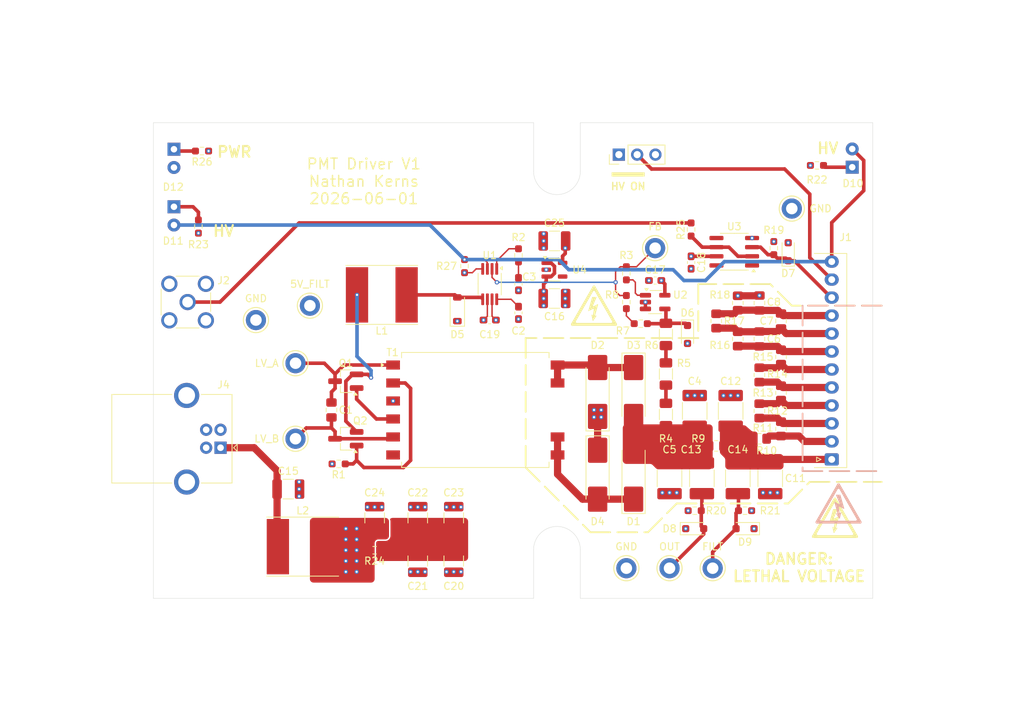
<source format=kicad_pcb>
(kicad_pcb (version 20240108) (generator "pcbnew") (generator_version "8.0")
  (layers (0 "F.Cu" signal) (1 "In1.Cu" signal) (2 "In2.Cu" signal) (31 "B.Cu" signal) (34 "B.Paste" user) (35 "F.Paste" user) (36 "B.SilkS" user "B.Silkscreen") (37 "F.SilkS" user "F.Silkscreen") (38 "B.Mask" user) (39 "F.Mask" user) (44 "Edge.Cuts" user))
  (net 0 "")
  (net 1 "Net-(Q2-C)")
  (net 2 "Net-(Q1-C)")
  (net 3 "GND")
  (net 4 "/SS")
  (net 5 "Net-(C3-Pad1)")
  (net 6 "/OUT")
  (net 7 "/DY7")
  (net 8 "/DY6")
  (net 9 "/DY8")
  (net 10 "/FILT")
  (net 11 "Net-(D8-A2)")
  (net 12 "Net-(D9-A2)")
  (net 13 "+5V")
  (net 14 "/HV_A")
  (net 15 "/HV_B")
  (net 16 "Net-(D5-A)")
  (net 17 "/FB_VGND")
  (net 18 "/P")
  (net 19 "/EN_HV")
  (net 20 "Net-(D10-K)")
  (net 21 "Net-(D11-K)")
  (net 22 "/DY4")
  (net 23 "/DY2")
  (net 24 "/DY3")
  (net 25 "/DY5")
  (net 26 "/DY1")
  (net 27 "/P_OUT")
  (net 28 "Net-(Q1-E)")
  (net 29 "Net-(Q1-B)")
  (net 30 "Net-(Q2-B)")
  (net 31 "/COMP")
  (net 32 "/FB")
  (net 33 "Net-(R3-Pad2)")
  (net 34 "Net-(R7-Pad1)")
  (net 38 "+5V_FILT")
  (net 39 "Net-(C20-Pad1)")
  (net 40 "/EN_HV_PRE")
  (net 41 "/FB_DIV1")
  (net 42 "/FB_DIV2")
  (net 43 "+4.5V")
  (net 49 "Net-(U3--)")
  (net 50 "Net-(D12-K)")
  (footprint "Resistor_SMD:R_0603_1608Metric_Pad0.98x0.95mm_HandSolder" (layer "F.Cu") (at 71.5 104.5 -90)
    (property "Reference" "R23")
    (property "Value" "1k")
  )
  (footprint "Capacitor_SMD:C_0603_1608Metric_Pad1.08x0.95mm_HandSolder" (layer "F.Cu") (at 116 116.5 -90)
    (property "Reference" "C2")
    (property "Value" "C")
  )
  (footprint "TestPoint:TestPoint_Keystone_5010-5014_Multipurpose" (layer "F.Cu") (at 85 134)
    (property "Reference" "TP6" (hide yes))
    (property "Value" "LV_B")
  )
  (footprint "Resistor_SMD:R_0603_1608Metric_Pad0.98x0.95mm_HandSolder" (layer "F.Cu") (at 72 94)
    (property "Reference" "R26")
    (property "Value" "1k")
  )
  (footprint "Symbol:Symbol_HighVoltage_Triangle_6x6mm_Copper" (layer "F.Cu") (at 160 145)
    (property "Reference" "REF**" (hide yes))
    (property "Value" "Symbol_HighVoltage_Triangle_6x6mm_Copper" (hide yes))
  )
  (footprint "MountingHole:MountingHole_3.2mm_M3" (layer "F.Cu") (at 115 146.25)
    (property "Reference" "H4" (hide yes))
    (property "Value" "#4")
  )
  (footprint "Resistor_SMD:R_0603_1608Metric_Pad0.98x0.95mm_HandSolder" (layer "F.Cu") (at 133 118)
    (property "Reference" "R7")
    (property "Value" "13.7k")
  )
  (footprint "Resistor_SMD:R_0603_1608Metric_Pad0.98x0.95mm_HandSolder" (layer "F.Cu") (at 157.5 96 180)
    (property "Reference" "R22")
    (property "Value" "1k")
  )
  (footprint "Capacitor_SMD:C_0603_1608Metric_Pad1.08x0.95mm_HandSolder" (layer "F.Cu") (at 112 117.5)
    (property "Reference" "C19")
    (property "Value" "1u")
  )
  (footprint "Diode_SMD:D_MELF_Handsoldering" (layer "F.Cu") (at 127 127.5 90)
    (property "Reference" "D2")
    (property "Value" "SM2000")
  )
  (footprint "Resistor_SMD:R_1206_3216Metric_Pad1.30x1.75mm_HandSolder" (layer "F.Cu") (at 136.5 125 90)
    (property "Reference" "R5")
    (property "Value" "3M")
  )
  (footprint "Resistor_SMD:R_0603_1608Metric_Pad0.98x0.95mm_HandSolder" (layer "F.Cu") (at 131 111 -90)
    (property "Reference" "R3")
    (property "Value" "43")
  )
  (footprint "Resistor_SMD:R_0805_2012Metric_Pad1.20x1.40mm_HandSolder" (layer "F.Cu") (at 146.5 115.125 -90)
    (property "Reference" "R18")
    (property "Value" "160k")
  )
  (footprint "Diode_SMD:D_SOD-323_HandSoldering" (layer "F.Cu") (at 140.5 146.5)
    (property "Reference" "D8")
    (property "Value" "D5V0L1B2WS-7")
  )
  (footprint "Resistor_SMD:R_0603_1608Metric_Pad0.98x0.95mm_HandSolder" (layer "F.Cu") (at 96 149.5)
    (property "Reference" "R24")
    (property "Value" "1.2")
  )
  (footprint "Package_TO_SOT_SMD:SOT-23_Handsoldering" (layer "F.Cu") (at 92 134 180)
    (property "Reference" "Q2")
    (property "Value" "MMBT2222A")
  )
  (footprint "TestPoint:TestPoint_Keystone_5010-5014_Multipurpose" (layer "F.Cu") (at 131 152)
    (property "Reference" "TP7" (hide yes))
    (property "Value" "GND")
  )
  (footprint "TestPoint:TestPoint_Keystone_5010-5014_Multipurpose" (layer "F.Cu") (at 79.5 117.5)
    (property "Reference" "TP9" (hide yes))
    (property "Value" "GND")
  )
  (footprint "Resistor_SMD:R_0805_2012Metric_Pad1.20x1.40mm_HandSolder" (layer "F.Cu") (at 149.5 130.125 -90)
    (property "Reference" "R12")
    (property "Value" "330k")
  )
  (footprint "Resistor_SMD:R_0805_2012Metric_Pad1.20x1.40mm_HandSolder" (layer "F.Cu") (at 149.5 134 180)
    (property "Reference" "R10")
    (property "Value" "330k")
  )
  (footprint "Diode_SMD:D_MELF_Handsoldering" (layer "F.Cu") (at 132 127.5 -90)
    (property "Reference" "D3")
    (property "Value" "SM2000")
  )
  (footprint "Package_TO_SOT_SMD:SOT-23-5_HandSoldering" (layer "F.Cu") (at 135 115)
    (property "Reference" "U2")
    (property "Value" "OPA314AIDBV")
  )
  (footprint "Diode_SMD:D_SOD-323_HandSoldering" (layer "F.Cu") (at 153.5 108 90)
    (property "Reference" "D7")
    (property "Value" "D5V0L1B2WS-7")
  )
  (footprint "TestPoint:TestPoint_Keystone_5010-5014_Multipurpose" (layer "F.Cu") (at 135 107.5)
    (property "Reference" "TP3" (hide yes))
    (property "Value" "FB")
  )
  (footprint "LED_THT:LED_D3.0mm_Horizontal_O3.81mm_Z2.0mm" (layer "F.Cu") (at 68.1 101.75 -90)
    (property "Reference" "D11")
    (property "Value" "LED")
  )
  (footprint "Resistor_SMD:R_0805_2012Metric_Pad1.20x1.40mm_HandSolder" (layer "F.Cu") (at 149.5 125.125 -90)
    (property "Reference" "R14")
    (property "Value" "330k")
  )
  (footprint "Resistor_SMD:R_0603_1608Metric_Pad0.98x0.95mm_HandSolder" (layer "F.Cu") (at 151.5 107.5 90)
    (property "Reference" "R19")
    (property "Value" "2k")
  )
  (footprint "Capacitor_SMD:C_1210_3225Metric_Pad1.33x2.70mm_HandSolder" (layer "F.Cu") (at 96 145 90)
    (property "Reference" "C24")
    (property "Value" "47u")
  )
  (footprint "Connector_JST:JST_XH_S12B-XH-A_1x12_P2.50mm_Horizontal" (layer "F.Cu") (at 159.55 136.875 90)
    (property "Reference" "J1")
    (property "Value" "PMT")
  )
  (footprint "Package_TO_SOT_SMD:SOT-23-5" (layer "F.Cu") (at 121 110.5)
    (property "Reference" "U4")
    (property "Value" "TPS7A2045PDBVR")
  )
  (footprint "Capacitor_SMD:C_1210_3225Metric_Pad1.33x2.70mm_HandSolder" (layer "F.Cu") (at 84 141)
    (property "Reference" "C15")
    (property "Value" "47u")
  )
  (footprint "Package_SO:MSOP-8_3x3mm_P0.65mm" (layer "F.Cu") (at 112 112.5 -90)
    (property "Reference" "U1")
    (property "Value" "ADP1613")
  )
  (footprint "Diode_SMD:D_SOD-323_HandSoldering" (layer "F.Cu") (at 139.5 119.5 -90)
    (property "Reference" "D6")
    (property "Value" "D5V0L1B2WS-7")
  )
  (footprint "Resistor_SMD:R_0603_1608Metric_Pad0.98x0.95mm_HandSolder" (layer "F.Cu") (at 131 115 -90)
    (property "Reference" "R8")
    (property "Value" "191")
  )
  (footprint "Capacitor_SMD:C_1812_4532Metric_Pad1.57x3.40mm_HandSolder" (layer "F.Cu") (at 141.5 139.5 90)
    (property "Reference" "C13")
    (property "Value" "10n/2kV")
  )
  (footprint "Resistor_SMD:R_1206_3216Metric_Pad1.30x1.75mm_HandSolder" (layer "F.Cu") (at 136.5 130.625 90)
    (property "Reference" "R4")
    (property "Value" "3M")
  )
  (footprint "Capacitor_SMD:C_1812_4532Metric_Pad1.57x3.40mm_HandSolder" (layer "F.Cu") (at 146.5 139.5 90)
    (property "Reference" "C14")
    (property "Value" "10n/2kV")
  )
  (footprint "Resistor_SMD:R_0603_1608Metric_Pad0.98x0.95mm_HandSolder" (layer "F.Cu") (at 108.5 110 -90)
    (property "Reference" "R27")
    (property "Value" "13.7k")
  )
  (footprint "Capacitor_SMD:C_1210_3225Metric_Pad1.33x2.70mm_HandSolder" (layer "F.Cu") (at 107 145 90)
    (property "Reference" "C23")
    (property "Value" "47u")
  )
  (footprint "Resistor_SMD:R_0805_2012Metric_Pad1.20x1.40mm_HandSolder" (layer "F.Cu") (at 152.5 132.625 -90)
    (property "Reference" "R11")
    (property "Value" "330k")
  )
  (footprint "Capacitor_SMD:C_0603_1608Metric_Pad1.08x0.95mm_HandSolder" (layer "F.Cu") (at 135 112 180)
    (property "Reference" "C17")
    (property "Value" "1u")
  )
  (footprint "Package_SO:SOIC-8_3.9x4.9mm_P1.27mm" (layer "F.Cu") (at 146 108 180)
    (property "Reference" "U3")
    (property "Value" "ADA4891-1")
  )
  (footprint "Resistor_SMD:R_0603_1608Metric_Pad0.98x0.95mm_HandSolder" (layer "F.Cu") (at 147.5 144 180)
    (property "Reference" "R21")
    (property "Value" "13.7k")
  )
  (footprint "Capacitor_SMD:C_0805_2012Metric_Pad1.18x1.45mm_HandSolder" (layer "F.Cu") (at 149.5 115.125 -90)
    (property "Reference" "C8")
    (property "Value" "10n/200V")
  )
  (footprint "Diode_SMD:D_SOD-123" (layer "F.Cu") (at 107.5 116 90)
    (property "Reference" "D5")
    (property "Value" "MBR0520LT1G")
  )
  (footprint "Diode_SMD:D_SOD-323_HandSoldering" (layer "F.Cu") (at 147.5 146.5 180)
    (property "Reference" "D9")
    (property "Value" "D5V0L1B2WS-7")
  )
  (footprint "MountingHole:MountingHole_3.2mm_M3" (layer "F.Cu") (at 115 100)
    (property "Reference" "H3" (hide yes))
    (property "Value" "#4")
  )
  (footprint "Capacitor_SMD:C_0603_1608Metric_Pad1.08x0.95mm_HandSolder" (layer "F.Cu") (at 116 112.5 -90)
    (property "Reference" "C3")
    (property "Value" "12n")
  )
  (footprint "Capacitor_SMD:C_0805_2012Metric_Pad1.18x1.45mm_HandSolder" (layer "F.Cu") (at 152.5 117.625 -90)
    (property "Reference" "C7")
    (property "Value" "10n/200V")
  )
  (footprint "Diode_SMD:D_MELF_Handsoldering" (layer "F.Cu") (at 127 139 -90)
    (property "Reference" "D4")
    (property "Value" "SM2000")
  )
  (footprint "Resistor_SMD:R_0603_1608Metric_Pad0.98x0.95mm_HandSolder" (layer "F.Cu") (at 140 104.9125 90)
    (property "Reference" "R25")
    (property "Value" "43")
  )
  (footprint "Capacitor_SMD:C_1210_3225Metric_Pad1.33x2.70mm_HandSolder" (layer "F.Cu") (at 121 106.5 180)
    (property "Reference" "C25")
    (property "Value" "47u")
  )
  (footprint "Capacitor_SMD:C_1812_4532Metric_Pad1.57x3.40mm_HandSolder" (layer "F.Cu") (at 137 139.5 90)
    (property "Reference" "C5")
    (property "Value" "10n/2kV")
  )
  (footprint "MountingHole:MountingHole_3.2mm_M3" (layer "F.Cu") (at 75 100)
    (property "Reference" "H1" (hide yes))
    (property "Value" "#4")
  )
  (footprint "Inductor_SMD:L_Taiyo-Yuden_NR-80xx_HandSoldering" (layer "F.Cu") (at 97 114 180)
    (property "Reference" "L1")
    (property "Value" "100u")
  )
  (footprint "Capacitor_SMD:C_1210_3225Metric_Pad1.33x2.70mm_HandSolder" (layer "F.Cu") (at 102 145 90)
    (property "Reference" "C22")
    (property "Value" "47u")
  )
  (footprint "Connector_PinHeader_2.54mm:PinHeader_1x03_P2.54mm_Vertical" (layer "F.Cu") (at 129.96 94.5 90)
    (property "Reference" "JP1" (hide yes))
    (property "Value" "Jumper_3_Bridged12")
  )
  (footprint "LED_THT:LED_D3.0mm_Horizontal_O3.81mm_Z2.0mm" (layer "F.Cu") (at 162.4 96.25 90)
    (property "Reference" "D10")
    (property "Value" "LED")
  )
  (footprint "Capacitor_SMD:C_1812_4532Metric_Pad1.57x3.40mm_HandSolder" (layer "F.Cu") (at 140.5 130.125 -90)
    (property "Reference" "C4")
    (property "Value" "10n/2kV")
  )
  (footprint "Capacitor_SMD:C_1210_3225Metric_Pad1.33x2.70mm_HandSolder" (layer "F.Cu") (at 102 151 -90)
    (property "Reference" "C21")
    (property "Value" "47u")
  )
  (footprint "Resistor_SMD:R_0603_1608Metric_Pad0.98x0.95mm_HandSolder" (layer "F.Cu") (at 116 108.5 90)
    (property "Reference" "R2")
    (property "Value" "68k")
  )
  (footprint "TestPoint:TestPoint_Keystone_5010-5014_Multipurpose" (layer "F.Cu") (at 137 152)
    (property "Reference" "TP2" (hide yes))
    (property "Value" "OUT")
  )
  (footprint "pmt_footprints:Coilcraft_FL2015" (layer "F.Cu") (at 110 130 180)
    (property "Reference" "T1")
    (property "Value" "FL2015-9L")
  )
  (footprint "Resistor_SMD:R_0805_2012Metric_Pad1.20x1.40mm_HandSolder" (layer "F.Cu") (at 143.5 117.625 -90)
    (property "Reference" "R17")
    (property "Value" "330k")
  )
  (footprint "Capacitor_SMD:C_1812_4532Metric_Pad1.57x3.40mm_HandSolder" (layer "F.Cu") (at 151 139.5 -90)
    (property "Reference" "C11")
    (property "Value" "10n/2kV")
  )
  (footprint "Resistor_SMD:R_1206_3216Metric_Pad1.30x1.75mm_HandSolder" (layer "F.Cu") (at 136.5 119.5 90)
    (property "Reference" "R6")
    (property "Value" "3M")
  )
  (footprint "Resistor_SMD:R_0603_1608Metric_Pad0.98x0.95mm_HandSolder" (layer "F.Cu") (at 140.5 144)
    (property "Reference" "R20")
    (property "Value" "13.7k")
  )
  (footprint "TestPoint:TestPoint_Keystone_5010-5014_Multipurpose" (layer "F.Cu") (at 87 115.5)
    (property "Reference" "TP8" (hide yes))
    (property "Value" "5V_FILT")
  )
  (footprint "Symbol:Symbol_HighVoltage_Triangle_6x6mm_Copper" (layer "F.Cu") (at 126.5 115.5)
    (property "Reference" "REF**" (hide yes))
    (property "Value" "Symbol_HighVoltage_Triangle_6x6mm_Copper" (hide yes))
  )
  (footprint "Resistor_SMD:R_0805_2012Metric_Pad1.20x1.40mm_HandSolder" (layer "F.Cu") (at 146.5 120.125 -90)
    (property "Reference" "R16")
    (property "Value" "330k")
  )
  (footprint "TestPoint:TestPoint_Keystone_5010-5014_Multipurpose" (layer "F.Cu") (at 154 102)
    (property "Reference" "TP4" (hide yes))
    (property "Value" "GND")
  )
  (footprint "Capacitor_SMD:C_0805_2012Metric_Pad1.18x1.45mm_HandSolder" (layer "F.Cu") (at 90 130 -90)
    (property "Reference" "C1")
    (property "Value" "220n")
  )
  (footprint "MountingHole:MountingHole_3.2mm_M3" (layer "F.Cu") (at 145 100)
    (property "Reference" "H5" (hide yes))
    (property "Value" "#4")
  )
  (footprint "Resistor_SMD:R_0805_2012Metric_Pad1.20x1.40mm_HandSolder" (layer "F.Cu") (at 152.5 122.625 -90)
    (property "Reference" "R15")
    (property "Value" "330k")
  )
  (footprint "Diode_SMD:D_MELF_Handsoldering" (layer "F.Cu") (at 132 139 90)
    (property "Reference" "D1")
    (property "Value" "SM2000")
  )
  (footprint "Capacitor_SMD:C_1210_3225Metric_Pad1.33x2.70mm_HandSolder" (layer "F.Cu") (at 121 114.5)
    (property "Reference" "C16")
    (property "Value" "47u")
  )
  (footprint "LED_THT:LED_D3.0mm_Horizontal_O3.81mm_Z2.0mm" (layer "F.Cu") (at 68.1 93.75 -90)
    (property "Reference" "D12")
    (property "Value" "LED")
  )
  (footprint "Connector_USB:USB_B_OST_USB-B1HSxx_Horizontal" (layer "F.Cu") (at 74.5775 135.25 180)
    (property "Reference" "J4")
    (property "Value" "USB_B")
  )
  (footprint "Resistor_SMD:R_0603_1608Metric_Pad0.98x0.95mm_HandSolder" (layer "F.Cu") (at 91 137.5)
    (property "Reference" "R1")
    (property "Value" "1k")
  )
  (footprint "Capacitor_SMD:C_0603_1608Metric_Pad1.08x0.95mm_HandSolder" (layer "F.Cu") (at 140 109.5 -90)
    (property "Reference" "C18")
    (property "Value" "1u")
  )
  (footprint "TestPoint:TestPoint_Keystone_5010-5014_Multipurpose" (layer "F.Cu") (at 143 152)
    (property "Reference" "TP1" (hide yes))
    (property "Value" "FILT")
  )
  (footprint "Resistor_SMD:R_0805_2012Metric_Pad1.20x1.40mm_HandSolder" (layer "F.Cu") (at 143.5 135)
    (property "Reference" "R9")
    (property "Value" "10k")
  )
  (footprint "Connector_Coaxial:SMA_Molex_73251-2200_Horizontal" (layer "F.Cu") (at 70 115 90)
    (property "Reference" "J2")
    (property "Value" "SMA")
  )
  (footprint "Capacitor_SMD:C_0805_2012Metric_Pad1.18x1.45mm_HandSolder" (layer "F.Cu") (at 149.5 120.125 -90)
    (property "Reference" "C6")
    (property "Value" "10n/200V")
  )
  (footprint "TestPoint:TestPoint_Keystone_5010-5014_Multipurpose" (layer "F.Cu") (at 85 123.5)
    (property "Reference" "TP5" (hide yes))
    (property "Value" "LV_A")
  )
  (footprint "Resistor_SMD:R_0805_2012Metric_Pad1.20x1.40mm_HandSolder" (layer "F.Cu") (at 152.5 127.625 -90)
    (property "Reference" "R13")
    (property "Value" "330k")
  )
  (footprint "Capacitor_SMD:C_1812_4532Metric_Pad1.57x3.40mm_HandSolder" (layer "F.Cu") (at 145.5 130.125 90)
    (property "Reference" "C12")
    (property "Value" "10n/2kV")
  )
  (footprint "Package_TO_SOT_SMD:SOT-23_Handsoldering" (layer "F.Cu") (at 92 126 180)
    (property "Reference" "Q1")
    (property "Value" "MMBT2222A")
  )
  (footprint "Inductor_SMD:L_Taiyo-Yuden_NR-80xx_HandSoldering" (layer "F.Cu") (at 86 149)
    (property "Reference" "L2")
    (property "Value" "100u")
  )
  (footprint "MountingHole:MountingHole_3.2mm_M3" (layer "F.Cu") (at 75 146.25)
    (property "Reference" "H2" (hide yes))
    (property "Value" "#4")
  )
  (footprint "Capacitor_SMD:C_1210_3225Metric_Pad1.33x2.70mm_HandSolder" (layer "F.Cu") (at 107 151 -90)
    (property "Reference" "C20")
    (property "Value" "47u")
  )
  (footprint "Symbol:Symbol_HighVoltage_Triangle_6x6mm_Copper" (layer "B.Cu") (at 160.5 143 180)
    (property "Reference" "REF**" (hide yes))
    (property "Value" "Symbol_HighVoltage_Triangle_6x6mm_Copper" (hide yes))
  )
  (gr_line (start 166.5 115.5) (end 155.5 115.5) (stroke (width 0.25) (type dash)) (layer "B.SilkS"))
  (gr_line (start 155.5 138.5) (end 166.5 138.5) (stroke (width 0.25) (type dash)) (layer "B.SilkS"))
  (gr_line (start 155.5 115.5) (end 155.5 138.5) (stroke (width 0.25) (type dash)) (layer "B.SilkS"))
  (gr_line (start 134 147) (end 138 143) (stroke (width 0.25) (type dash)) (layer "F.SilkS"))
  (gr_line (start 138 143) (end 153.5 143) (stroke (width 0.25) (type dash)) (layer "F.SilkS"))
  (gr_line (start 117 120) (end 117 138) (stroke (width 0.25) (type dash)) (layer "F.SilkS"))
  (gr_rect (start 129 97) (end 133.5 97.5) (stroke (width 0.1)) (fill solid) (layer "F.SilkS"))
  (gr_line (start 156.5 140) (end 166.5 140) (stroke (width 0.25) (type dash)) (layer "F.SilkS"))
  (gr_line (start 154 115.5) (end 151 112.5) (stroke (width 0.25) (type dash)) (layer "F.SilkS"))
  (gr_line (start 153.5 143) (end 156.5 140) (stroke (width 0.25) (type dash)) (layer "F.SilkS"))
  (gr_line (start 151 112.5) (end 141 112.5) (stroke (width 0.25) (type dash)) (layer "F.SilkS"))
  (gr_line (start 126 147) (end 134 147) (stroke (width 0.25) (type dash)) (layer "F.SilkS"))
  (gr_line (start 141 112.5) (end 141 120) (stroke (width 0.25) (type dash)) (layer "F.SilkS"))
  (gr_line (start 117 138) (end 126 147) (stroke (width 0.25) (type dash)) (layer "F.SilkS"))
  (gr_line (start 141 120) (end 117 120) (stroke (width 0.25) (type dash)) (layer "F.SilkS"))
  (gr_line (start 166.5 115.5) (end 154 115.5) (stroke (width 0.25) (type dash)) (layer "F.SilkS"))
  (gr_line (start 65.25 90.055) (end 118.1 90.055) (stroke (width 0.05)) (layer "Edge.Cuts"))
  (gr_arc (start 118.1 149.445) (mid 121.35 146.195) (end 124.6 149.445) (stroke (width 0.05)) (layer "Edge.Cuts"))
  (gr_line (start 118.1 156.195) (end 118.1 149.445) (stroke (width 0.05)) (layer "Edge.Cuts"))
  (gr_arc (start 124.6 96.805) (mid 121.35 100.055) (end 118.1 96.805) (stroke (width 0.05)) (layer "Edge.Cuts"))
  (gr_line (start 124.6 90.055) (end 165.25 90.055) (stroke (width 0.05)) (layer "Edge.Cuts"))
  (gr_line (start 124.6 156.195) (end 124.6 149.445) (stroke (width 0.05)) (layer "Edge.Cuts"))
  (gr_line (start 165.25 90.055) (end 165.25 156.195) (stroke (width 0.05)) (layer "Edge.Cuts"))
  (gr_line (start 118.1 90.055) (end 118.1 96.805) (stroke (width 0.05)) (layer "Edge.Cuts"))
  (gr_line (start 124.6 90.055) (end 124.6 96.805) (stroke (width 0.05)) (layer "Edge.Cuts"))
  (gr_line (start 165.25 156.195) (end 124.6 156.195) (stroke (width 0.05)) (layer "Edge.Cuts"))
  (gr_line (start 118.1 156.195) (end 65.25 156.195) (stroke (width 0.05)) (layer "Edge.Cuts"))
  (gr_line (start 65.25 90.055) (end 65.25 156.195) (stroke (width 0.05)) (layer "Edge.Cuts"))
  (gr_text "HV" (at 75 106 0) (layer "F.SilkS") (effects (font (size 1.5 1.5) (thickness 0.3) (bold yes)) (justify bottom)))
  (gr_text "DANGER:\nLETHAL VOLTAGE" (at 155 154 0) (layer "F.SilkS") (effects (font (size 1.5 1.5) (thickness 0.3) (bold yes)) (justify bottom)))
  (gr_text "HV" (at 159 94.5 0) (layer "F.SilkS") (effects (font (size 1.5 1.5) (thickness 0.3) (bold yes)) (justify bottom)))
  (gr_text "PWR" (at 76.5 95 0) (layer "F.SilkS") (effects (font (size 1.5 1.5) (thickness 0.3) (bold yes)) (justify bottom)))
  (gr_text "PMT Driver V1\nNathan Kerns\n${CURRENT_DATE}" (at 94.5 101.5 0) (layer "F.SilkS") (effects (font (size 1.5 1.5) (thickness 0.2)) (justify bottom)))
  (gr_text "HV ON" (at 131.25 99.5 0) (layer "F.SilkS") (effects (font (size 1 1) (thickness 0.2) (bold yes)) (justify bottom)))
  (segment (start 90.5 134) (end 90.5 133) (width 0.5) (layer "F.Cu") (net 1))
  (segment (start 98.3175 134) (end 90.5 134) (width 0.5) (layer "F.Cu") (net 1))
  (segment (start 90 132.5) (end 90 131.0375) (width 0.5) (layer "F.Cu") (net 1))
  (segment (start 98.5675 133.75) (end 98.3175 134) (width 0.5) (layer "F.Cu") (net 1))
  (segment (start 90 132.5) (end 86.5 132.5) (width 0.5) (layer "F.Cu") (net 1))
  (segment (start 90.5 133) (end 90 132.5) (width 0.5) (layer "F.Cu") (net 1))
  (segment (start 86.5 132.5) (end 85 134) (width 0.5) (layer "F.Cu") (net 1))
  (segment (start 90.5 126) (end 90.5 127) (width 0.5) (layer "F.Cu") (net 2))
  (segment (start 98.5675 123.75) (end 91.75 123.75) (width 0.5) (layer "F.Cu") (net 2))
  (segment (start 89 123.5) (end 85 123.5) (width 0.5) (layer "F.Cu") (net 2))
  (segment (start 90.5 125) (end 89 123.5) (width 0.5) (layer "F.Cu") (net 2))
  (segment (start 90.5 125) (end 90.5 126) (width 0.5) (layer "F.Cu") (net 2))
  (segment (start 91.75 123.75) (end 90.5 125) (width 0.5) (layer "F.Cu") (net 2))
  (segment (start 90.5 127) (end 90 127.5) (width 0.5) (layer "F.Cu") (net 2))
  (segment (start 90 127.5) (end 90 128.9625) (width 0.5) (layer "F.Cu") (net 2))
  (segment (start 133.65 115.95) (end 133.65 115) (width 0.5) (layer "F.Cu") (net 3))
  (segment (start 127 130.9) (end 127 135.6) (width 1) (layer "F.Cu") (net 3))
  (segment (start 146.5 114.125) (end 149.4625 114.125) (width 1) (layer "F.Cu") (net 3))
  (segment (start 149.4625 114.125) (end 149.5 114.0875) (width 1) (layer "F.Cu") (net 3))
  (segment (start 110.1125 110.3875) (end 109.5875 110.9125) (width 0.2) (layer "F.Cu") (net 3))
  (segment (start 112.325 116.9625) (end 112.8625 117.5) (width 0.2) (layer "F.Cu") (net 3))
  (segment (start 109.5875 110.9125) (end 108.5 110.9125) (width 0.2) (layer "F.Cu") (net 3))
  (segment (start 112.325 114.6125) (end 112.325 116.9625) (width 0.2) (layer "F.Cu") (net 3))
  (segment (start 111.025 110.3875) (end 110.1125 110.3875) (width 0.2) (layer "F.Cu") (net 3))
  (via (at 126.5 131) (size 0.6) (drill 0.3) (layers "F.Cu" "B.Cu") (net 3))
  (via (at 103 143.5) (size 0.6) (drill 0.3) (layers "F.Cu" "B.Cu") (net 3))
  (via (at 108.5 110.9125) (size 0.6) (drill 0.3) (layers "F.Cu" "B.Cu") (net 3))
  (via (at 95 143.5) (size 0.6) (drill 0.3) (layers "F.Cu" "B.Cu") (net 3))
  (via (at 101 143.5) (size 0.6) (drill 0.3) (layers "F.Cu" "B.Cu") (net 3))
  (via (at 102 143.5) (size 0.6) (drill 0.3) (layers "F.Cu" "B.Cu") (net 3))
  (via (at 138 141.5) (size 0.6) (drill 0.3) (layers "F.Cu" "B.Cu") (net 3))
  (via (at 136 141.5) (size 0.6) (drill 0.3) (layers "F.Cu" "B.Cu") (net 3))
  (via (at 108 152.5) (size 0.6) (drill 0.3) (layers "F.Cu" "B.Cu") (net 3))
  (via (at 139.5875 144) (size 0.6) (drill 0.3) (layers "F.Cu" "B.Cu") (net 3))
  (via (at 85.5 141) (size 0.6) (drill 0.3) (layers "F.Cu" "B.Cu") (net 3))
  (via (at 103 152.5) (size 0.6) (drill 0.3) (layers "F.Cu" "B.Cu") (net 3))
  (via (at 119.5 107.5) (size 0.6) (drill 0.3) (layers "F.Cu" "B.Cu") (net 3))
  (via (at 72.9125 94) (size 0.6) (drill 0.3) (layers "F.Cu" "B.Cu") (net 3))
  (via (at 145.5 127.9875) (size 0.6) (drill 0.3) (layers "F.Cu" "B.Cu") (net 3))
  (via (at 112.8625 117.5) (size 0.6) (drill 0.3) (layers "F.Cu" "B.Cu") (net 3))
  (via (at 119.5 106.5) (size 0.6) (drill 0.3) (layers "F.Cu" "B.Cu") (net 3))
  (via (at 140 110.3625) (size 0.6) (drill 0.3) (layers "F.Cu" "B.Cu") (net 3))
  (via (at 127.5 130) (size 0.6) (drill 0.3) (layers "F.Cu" "B.Cu") (net 3))
  (via (at 148.4125 144) (size 0.6) (drill 0.3) (layers "F.Cu" "B.Cu") (net 3))
  (via (at 119.5 105.5) (size 0.6) (drill 0.3) (layers "F.Cu" "B.Cu") (net 3))
  (via (at 71.5 105.4125) (size 0.6) (drill 0.3) (layers "F.Cu" "B.Cu") (net 3))
  (via (at 146.5 114.125) (size 0.6) (drill 0.3) (layers "F.Cu" "B.Cu") (net 3))
  (via (at 134.1375 112) (size 0.6) (drill 0.3) (layers "F.Cu" "B.Cu") (net 3))
  (via (at 85.5 142) (size 0.6) (drill 0.3) (layers "F.Cu" "B.Cu") (net 3))
  (via (at 140.5 127.9875) (size 0.6) (drill 0.3) (layers "F.Cu" "B.Cu") (net 3))
  (via (at 141.5 128) (size 0.6) (drill 0.3) (layers "F.Cu" "B.Cu") (net 3))
  (via (at 107 143.5) (size 0.6) (drill 0.3) (layers "F.Cu" "B.Cu") (net 3))
  (via (at 116 117.3625) (size 0.6) (drill 0.3) (layers "F.Cu" "B.Cu") (net 3))
  (via (at 149.5 114.0875) (size 0.6) (drill 0.3) (layers "F.Cu" "B.Cu") (net 3))
  (via (at 146.5 128) (size 0.6) (drill 0.3) (layers "F.Cu" "B.Cu") (net 3))
  (via (at 151.5 106.5875) (size 0.6) (drill 0.3) (layers "F.Cu" "B.Cu") (net 3))
  (via (at 144.5 128) (size 0.6) (drill 0.3) (layers "F.Cu" "B.Cu") (net 3))
  (via (at 127.5 131) (size 0.6) (drill 0.3) (layers "F.Cu" "B.Cu") (net 3))
  (via (at 139.5 120.75) (size 0.6) (drill 0.3) (layers "F.Cu" "B.Cu") (net 3))
  (via (at 133.65 115) (size 0.6) (drill 0.3) (layers "F.Cu" "B.Cu") (net 3))
  (via (at 151 141.5) (size 0.6) (drill 0.3) (layers "F.Cu" "B.Cu") (net 3))
  (via (at 119.8625 110.5) (size 0.6) (drill 0.3) (layers "F.Cu" "B.Cu") (net 3))
  (via (at 150 141.5) (size 0.6) (drill 0.3) (layers "F.Cu" "B.Cu") (net 3))
  (via (at 97 143.5) (size 0.6) (drill 0.3) (layers "F.Cu" "B.Cu") (net 3))
  (via (at 85.5 140) (size 0.6) (drill 0.3) (layers "F.Cu" "B.Cu") (net 3))
  (via (at 122.5 113.5) (size 0.6) (drill 0.3) (layers "F.Cu" "B.Cu") (net 3))
  (via (at 122.5 114.5) (size 0.6) (drill 0.3) (layers "F.Cu" "B.Cu") (net 3))
  (via (at 152 141.5) (size 0.6) (drill 0.3) (layers "F.Cu" "B.Cu") (net 3))
  (via (at 148.475 106.095) (size 0.6) (drill 0.3) (layers "F.Cu" "B.Cu") (net 3))
  (via (at 108 143.5) (size 0.6) (drill 0.3) (layers "F.Cu" "B.Cu") (net 3))
  (via (at 107 152.5) (size 0.6) (drill 0.3) (layers "F.Cu" "B.Cu") (net 3))
  (via (at 139.5 128) (size 0.6) (drill 0.3) (layers "F.Cu" "B.Cu") (net 3))
  (via (at 106 152.5) (size 0.6) (drill 0.3) (layers "F.Cu" "B.Cu") (net 3))
  (via (at 126.5 130) (size 0.6) (drill 0.3) (layers "F.Cu" "B.Cu") (net 3))
  (via (at 96 143.5) (size 0.6) (drill 0.3) (layers "F.Cu" "B.Cu") (net 3))
  (via (at 137 141.5) (size 0.6) (drill 0.3) (layers "F.Cu" "B.Cu") (net 3))
  (via (at 102 152.5) (size 0.6) (drill 0.3) (layers "F.Cu" "B.Cu") (net 3))
  (via (at 101 152.5) (size 0.6) (drill 0.3) (layers "F.Cu" "B.Cu") (net 3))
  (via (at 153.5 106.75) (size 0.6) (drill 0.3) (layers "F.Cu" "B.Cu") (net 3))
  (via (at 139.25 146.5) (size 0.6) (drill 0.3) (layers "F.Cu" "B.Cu") (net 3))
  (via (at 148.75 146.5) (size 0.6) (drill 0.3) (layers "F.Cu" "B.Cu") (net 3))
  (via (at 122.5 115.5) (size 0.6) (drill 0.3) (layers "F.Cu" "B.Cu") (net 3))
  (via (at 116 113.3625) (size 0.6) (drill 0.3) (layers "F.Cu" "B.Cu") (net 3))
  (via (at 156.5875 96) (size 0.6) (drill 0.3) (layers "F.Cu" "B.Cu") (net 3))
  (via (at 106 143.5) (size 0.6) (drill 0.3) (layers "F.Cu" "B.Cu") (net 3))
  (segment (start 114.975 114.6125) (end 116 115.6375) (width 0.2) (layer "F.Cu") (net 4))
  (segment (start 112.975 114.6125) (end 114.975 114.6125) (width 0.2) (layer "F.Cu") (net 4))
  (segment (start 116 111.6375) (end 116 109.4125) (width 0.2) (layer "F.Cu") (net 5))
  (segment (start 159.55 119.375) (end 153.2125 119.375) (width 1) (layer "F.Cu") (net 7))
  (segment (start 152.075 119.0875) (end 152.5 118.6625) (width 1) (layer "F.Cu") (net 7))
  (segment (start 146.5 119.125) (end 149.4625 119.125) (width 1) (layer "F.Cu") (net 7))
  (segment (start 149.4625 119.125) (end 149.5 119.0875) (width 1) (layer "F.Cu") (net 7))
  (segment (start 143.5 118.625) (end 146 118.625) (width 1) (layer "F.Cu") (net 7))
  (segment (start 149.5 119.0875) (end 152.075 119.0875) (width 1) (layer "F.Cu") (net 7))
  (segment (start 153.2125 119.375) (end 152.5 118.6625) (width 1) (layer "F.Cu") (net 7))
  (segment (start 146 118.625) (end 146.5 119.125) (width 1) (layer "F.Cu") (net 7))
  (segment (start 159.55 121.875) (end 152.75 121.875) (width 1) (layer "F.Cu") (net 8))
  (segment (start 149.4625 121.125) (end 149.5 121.1625) (width 1) (layer "F.Cu") (net 8))
  (segment (start 152.75 121.875) (end 152.5 121.625) (width 1) (layer "F.Cu") (net 8))
  (segment (start 149.5 121.1625) (end 152.0375 121.1625) (width 1) (layer "F.Cu") (net 8))
  (segment (start 146.5 121.125) (end 149.4625 121.125) (width 1) (layer "F.Cu") (net 8))
  (segment (start 152.0375 121.1625) (end 152.5 121.625) (width 1) (layer "F.Cu") (net 8))
  (segment (start 149.5 116.1625) (end 152.075 116.1625) (width 1) (layer "F.Cu") (net 9))
  (segment (start 146.5 116.125) (end 149.4625 116.125) (width 1) (layer "F.Cu") (net 9))
  (segment (start 149.4625 116.125) (end 149.5 116.1625) (width 1) (layer "F.Cu") (net 9))
  (segment (start 152.075 116.1625) (end 152.5 116.5875) (width 1) (layer "F.Cu") (net 9))
  (segment (start 159.55 116.875) (end 152.7875 116.875) (width 1) (layer "F.Cu") (net 9))
  (segment (start 146 116.625) (end 146.5 116.125) (width 1) (layer "F.Cu") (net 9))
  (segment (start 143.5 116.625) (end 146 116.625) (width 1) (layer "F.Cu") (net 9))
  (segment (start 152.7875 116.875) (end 152.5 116.5875) (width 1) (layer "F.Cu") (net 9))
  (segment (start 151.4875 136.875) (end 151 137.3625) (width 1) (layer "F.Cu") (net 10))
  (segment (start 159.55 136.875) (end 151.4875 136.875) (width 1) (layer "F.Cu") (net 10))
  (segment (start 141.4125 146.1625) (end 141.75 146.5) (width 0.5) (layer "F.Cu") (net 11))
  (segment (start 141.4125 144) (end 141.4125 146.1625) (width 0.5) (layer "F.Cu") (net 11))
  (segment (start 141.5 141.6375) (end 141.5 143.9125) (width 0.5) (layer "F.Cu") (net 11))
  (segment (start 137 152) (end 141.75 147.25) (width 0.5) (layer "F.Cu") (net 11))
  (segment (start 141.5 143.9125) (end 141.4125 144) (width 0.5) (layer "F.Cu") (net 11))
  (segment (start 141.75 147.25) (end 141.75 146.5) (width 0.5) (layer "F.Cu") (net 11))
  (segment (start 146.5875 144) (end 146.5875 141.725) (width 0.5) (layer "F.Cu") (net 12))
  (segment (start 146.5875 141.725) (end 146.5 141.6375) (width 0.5) (layer "F.Cu") (net 12))
  (segment (start 143 152) (end 143 149.75) (width 0.5) (layer "F.Cu") (net 12))
  (segment (start 146.25 146.5) (end 146.25 144.3375) (width 0.5) (layer "F.Cu") (net 12))
  (segment (start 146.25 144.3375) (end 146.5875 144) (width 0.5) (layer "F.Cu") (net 12))
  (segment (start 143 149.75) (end 146.25 146.5) (width 0.5) (layer "F.Cu") (net 12))
  (segment (start 82.4375 148.8875) (end 82.55 149) (width 1) (layer "F.Cu") (net 13))
  (segment (start 82.4375 141) (end 82.4375 148.8875) (width 1) (layer "F.Cu") (net 13))
  (segment (start 79.25 135.25) (end 82.4375 138.4375) (width 1) (layer "F.Cu") (net 13))
  (segment (start 82.4375 138.4375) (end 82.4375 141) (width 1) (layer "F.Cu") (net 13))
  (segment (start 74.5775 135.25) (end 79.25 135.25) (width 1) (layer "F.Cu") (net 13))
  (segment (start 121.4325 138.9325) (end 121.4325 136.25) (width 1) (layer "F.Cu") (net 14))
  (segment (start 127 142.4) (end 124.9 142.4) (width 1) (layer "F.Cu") (net 14))
  (segment (start 121.4325 136.25) (end 121.4325 133.75) (width 1) (layer "F.Cu") (net 14))
  (segment (start 124.9 142.4) (end 121.4325 138.9325) (width 1) (layer "F.Cu") (net 14))
  (segment (start 127 142.4) (end 132 142.4) (width 1) (layer "F.Cu") (net 14))
  (segment (start 121.4325 123.75) (end 126.65 123.75) (width 1) (layer "F.Cu") (net 15))
  (segment (start 121.4325 126.25) (end 121.4325 123.75) (width 1) (layer "F.Cu") (net 15))
  (segment (start 127 124.1) (end 132 124.1) (width 1) (layer "F.Cu") (net 15))
  (segment (start 126.65 123.75) (end 127 124.1) (width 1) (layer "F.Cu") (net 15))
  (segment (start 110.7625 114.35) (end 107.5 114.35) (width 0.5) (layer "F.Cu") (net 16))
  (segment (start 111.025 114.6125) (end 110.7625 114.35) (width 0.4) (layer "F.Cu") (net 16))
  (segment (start 100.45 114) (end 107.15 114) (width 0.5) (layer "F.Cu") (net 16))
  (segment (start 107.15 114) (end 107.5 114.35) (width 0.5) (layer "F.Cu") (net 16))
  (segment (start 136.5 117.95) (end 139.2 117.95) (width 0.5) (layer "F.Cu") (net 17))
  (segment (start 136.5 116.1) (end 136.35 115.95) (width 0.5) (layer "F.Cu") (net 17))
  (segment (start 133.9125 118) (end 136.45 118) (width 0.5) (layer "F.Cu") (net 17))
  (segment (start 139.2 117.95) (end 139.5 118.25) (width 0.5) (layer "F.Cu") (net 17))
  (segment (start 136.5 117.95) (end 136.5 116.1) (width 0.5) (layer "F.Cu") (net 17))
  (segment (start 136.45 118) (end 136.5 117.95) (width 0.5) (layer "F.Cu") (net 17))
  (segment (start 149.642818 107.365) (end 150.690318 108.4125) (width 0.5) (layer "F.Cu") (net 18))
  (segment (start 148.475 107.365) (end 149.642818 107.365) (width 0.5) (layer "F.Cu") (net 18))
  (segment (start 151.9875 108.9) (end 153.15 108.9) (width 0.5) (layer "F.Cu") (net 18))
  (segment (start 153.15 108.9) (end 153.5 109.25) (width 0.5) (layer "F.Cu") (net 18))
  (segment (start 154.35 109.25) (end 153.5 109.25) (width 0.5) (layer "F.Cu") (net 18))
  (segment (start 159.55 114.375) (end 159.475 114.375) (width 0.5) (layer "F.Cu") (net 18))
  (segment (start 150.690318 108.4125) (end 151.5 108.4125) (width 0.5) (layer "F.Cu") (net 18))
  (segment (start 151.5 108.4125) (end 151.9875 108.9) (width 0.5) (layer "F.Cu") (net 18))
  (segment (start 159.475 114.375) (end 154.35 109.25) (width 0.5) (layer "F.Cu") (net 18))
  (segment (start 111.675 110.3875) (end 111.675 109.5125) (width 0.2) (layer "F.Cu") (net 19))
  (segment (start 164 95.31) (end 164 99.5) (width 0.5) (layer "F.Cu") (net 19))
  (segment (start 111.25 109.0875) (end 108.5 109.0875) (width 0.2) (layer "F.Cu") (net 19))
  (segment (start 111.675 109.5125) (end 111.25 109.0875) (width 0.2) (layer "F.Cu") (net 19))
  (segment (start 162.4 93.71) (end 164 95.31) (width 0.5) (layer "F.Cu") (net 19))
  (segment (start 159.55 103.95) (end 159.55 109.375) (width 0.5) (layer "F.Cu") (net 19))
  (segment (start 164 99.5) (end 159.55 103.95) (width 0.5) (layer "F.Cu") (net 19))
  (via (at 108.5 109.0875) (size 0.6) (drill 0.3) (layers "F.Cu" "B.Cu") (net 19))
  (segment (start 123 110.5) (end 121.5875 109.0875) (width 0.5) (layer "B.Cu") (net 19))
  (segment (start 121.5875 109.0875) (end 108.5 109.0875) (width 0.5) (layer "B.Cu") (net 19))
  (segment (start 159.55 109.375) (end 144.625 109.375) (width 0.5) (layer "B.Cu") (net 19))
  (segment (start 68.1 104.29) (end 103.7025 104.29) (width 0.5) (layer "B.Cu") (net 19))
  (segment (start 103.7025 104.29) (end 103.95625 104.54375) (width 0.5) (layer "B.Cu") (net 19))
  (segment (start 144.625 109.375) (end 142 112) (width 0.5) (layer "B.Cu") (net 19))
  (segment (start 103.95625 104.54375) (end 108.5 109.0875) (width 0.5) (layer "B.Cu") (net 19))
  (segment (start 139 112) (end 137.5 110.5) (width 0.5) (layer "B.Cu") (net 19))
  (segment (start 137.5 110.5) (end 123 110.5) (width 0.5) (layer "B.Cu") (net 19))
  (segment (start 142 112) (end 139 112) (width 0.5) (layer "B.Cu") (net 19))
  (segment (start 162.4 96.25) (end 158.6625 96.25) (width 0.5) (layer "F.Cu") (net 20))
  (segment (start 158.6625 96.25) (end 158.4125 96) (width 0.5) (layer "F.Cu") (net 20))
  (segment (start 70.75 101.75) (end 71.5 102.5) (width 0.5) (layer "F.Cu") (net 21))
  (segment (start 68.1 101.75) (end 70.75 101.75) (width 0.5) (layer "F.Cu") (net 21))
  (segment (start 71.5 102.5) (end 71.5 103.5875) (width 0.5) (layer "F.Cu") (net 21))
  (segment (start 149.5 126.125) (end 152 126.125) (width 1) (layer "F.Cu") (net 22))
  (segment (start 152 126.125) (end 152.5 126.625) (width 1) (layer "F.Cu") (net 22))
  (segment (start 152.75 126.875) (end 152.5 126.625) (width 1) (layer "F.Cu") (net 22))
  (segment (start 159.55 126.875) (end 152.75 126.875) (width 1) (layer "F.Cu") (net 22))
  (segment (start 152.75 131.875) (end 152.5 131.625) (width 1) (layer "F.Cu") (net 23))
  (segment (start 159.55 131.875) (end 152.75 131.875) (width 1) (layer "F.Cu") (net 23))
  (segment (start 152 131.125) (end 152.5 131.625) (width 1) (layer "F.Cu") (net 23))
  (segment (start 149.5 131.125) (end 152 131.125) (width 1) (layer "F.Cu") (net 23))
  (segment (start 153.25 129.375) (end 152.5 128.625) (width 1) (layer "F.Cu") (net 24))
  (segment (start 152 129.125) (end 152.5 128.625) (width 1) (layer "F.Cu") (net 24))
  (segment (start 159.55 129.375) (end 153.25 129.375) (width 1) (layer "F.Cu") (net 24))
  (segment (start 149.5 129.125) (end 152 129.125) (width 1) (layer "F.Cu") (net 24))
  (segment (start 153.25 124.375) (end 152.5 123.625) (width 1) (layer "F.Cu") (net 25))
  (segment (start 149.5 124.125) (end 152 124.125) (width 1) (layer "F.Cu") (net 25))
  (segment (start 159.55 124.375) (end 153.25 124.375) (width 1) (layer "F.Cu") (net 25))
  (segment (start 152 124.125) (end 152.5 123.625) (width 1) (layer "F.Cu") (net 25))
  (segment (start 155 133.625) (end 152.5 133.625) (width 1) (layer "F.Cu") (net 26))
  (segment (start 155.75 134.375) (end 155 133.625) (width 1) (layer "F.Cu") (net 26))
  (segment (start 159.55 134.375) (end 155.75 134.375) (width 1) (layer "F.Cu") (net 26))
  (segment (start 150.875 133.625) (end 150.5 134) (width 1) (layer "F.Cu") (net 26))
  (segment (start 152.5 133.625) (end 150.875 133.625) (width 1) (layer "F.Cu") (net 26))
  (segment (start 85.5 104) (end 140 104) (width 0.5) (layer "F.Cu") (net 27))
  (segment (start 74.5 115) (end 85.5 104) (width 0.5) (layer "F.Cu") (net 27))
  (segment (start 70 115) (end 74.5 115) (width 0.5) (layer "F.Cu") (net 27))
  (segment (start 93.5 133.05) (end 92 131.55) (width 0.5) (layer "F.Cu") (net 28))
  (segment (start 92.95 125.05) (end 93.5 125.05) (width 0.5) (layer "F.Cu") (net 28))
  (segment (start 93.5 125.05) (end 95.05 125.05) (width 0.5) (layer "F.Cu") (net 28))
  (segment (start 92 131.55) (end 92 126) (width 0.5) (layer "F.Cu") (net 28))
  (segment (start 95.05 125.05) (end 95.5 125.5) (width 0.5) (layer "F.Cu") (net 28))
  (segment (start 92 126) (end 92.95 125.05) (width 0.5) (layer "F.Cu") (net 28))
  (via (at 93.55 114) (size 0.6) (drill 0.3) (layers "F.Cu" "B.Cu") (net 28))
  (via (at 95.5 125.5) (size 0.6) (drill 0.3) (layers "F.Cu" "B.Cu") (net 28))
  (segment (start 95.5 124.5) (end 93.55 122.55) (width 0.5) (layer "B.Cu") (net 28))
  (segment (start 93.55 122.55) (end 93.55 114) (width 0.5) (layer "B.Cu") (net 28))
  (segment (start 95.5 125.5) (end 95.5 124.5) (width 0.5) (layer "B.Cu") (net 28))
  (segment (start 98.5675 131.25) (end 96.25 131.25) (width 0.5) (layer "F.Cu") (net 29))
  (segment (start 96.25 131.25) (end 93.5 128.5) (width 0.5) (layer "F.Cu") (net 29))
  (segment (start 93.5 128.5) (end 93.5 126.95) (width 0.5) (layer "F.Cu") (net 29))
  (segment (start 93.5 134.95) (end 93.5 137) (width 0.5) (layer "F.Cu") (net 30))
  (segment (start 93 137.5) (end 91.9125 137.5) (width 0.5) (layer "F.Cu") (net 30))
  (segment (start 101 137) (end 100 138) (width 0.5) (layer "F.Cu") (net 30))
  (segment (start 93.5 137) (end 93 137.5) (width 0.5) (layer "F.Cu") (net 30))
  (segment (start 100 138) (end 94.5 138) (width 0.5) (layer "F.Cu") (net 30))
  (segment (start 98.5675 126.25) (end 100.25 126.25) (width 0.5) (layer "F.Cu") (net 30))
  (segment (start 100.25 126.25) (end 101 127) (width 0.5) (layer "F.Cu") (net 30))
  (segment (start 101 127) (end 101 137) (width 0.5) (layer "F.Cu") (net 30))
  (segment (start 94.5 138) (end 93.5 137) (width 0.5) (layer "F.Cu") (net 30))
  (segment (start 112.975 110.3875) (end 112.975 109.275) (width 0.2) (layer "F.Cu") (net 31))
  (segment (start 114.6625 107.5875) (end 116 107.5875) (width 0.2) (layer "F.Cu") (net 31))
  (segment (start 112.975 109.275) (end 114.6625 107.5875) (width 0.2) (layer "F.Cu") (net 31))
  (segment (start 131 110.0875) (end 132.4125 110.0875) (width 0.2) (layer "F.Cu") (net 32))
  (segment (start 129.5 112.25) (end 129.5 113.5) (width 0.2) (layer "F.Cu") (net 32))
  (segment (start 130.0875 114.0875) (end 131 114.0875) (width 0.2) (layer "F.Cu") (net 32))
  (segment (start 129.5 113.5) (end 130.0875 114.0875) (width 0.2) (layer "F.Cu") (net 32))
  (segment (start 132.4125 110.0875) (end 135 107.5) (width 0.2) (layer "F.Cu") (net 32))
  (segment (start 129.5 110.75) (end 130.1625 110.0875) (width 0.2) (layer "F.Cu") (net 32))
  (segment (start 112.325 111.575) (end 113 112.25) (width 0.2) (layer "F.Cu") (net 32))
  (segment (start 112.325 110.3875) (end 112.325 111.575) (width 0.2) (layer "F.Cu") (net 32))
  (segment (start 130.1625 110.0875) (end 131 110.0875) (width 0.2) (layer "F.Cu") (net 32))
  (segment (start 129.5 112.25) (end 129.5 110.75) (width 0.2) (layer "F.Cu") (net 32))
  (via (at 129.5 112.25) (size 0.6) (drill 0.3) (layers "F.Cu" "B.Cu") (net 32))
  (via (at 113 112.25) (size 0.6) (drill 0.3) (layers "F.Cu" "B.Cu") (net 32))
  (segment (start 113 112.25) (end 129.5 112.25) (width 0.2) (layer "B.Cu") (net 32))
  (segment (start 131.9125 111.9125) (end 131 111.9125) (width 0.2) (layer "F.Cu") (net 33))
  (segment (start 132.25 113.75) (end 132.25 112.25) (width 0.2) (layer "F.Cu") (net 33))
  (segment (start 132.25 112.25) (end 131.9125 111.9125) (width 0.2) (layer "F.Cu") (net 33))
  (segment (start 133.65 114.05) (end 132.55 114.05) (width 0.2) (layer "F.Cu") (net 33))
  (segment (start 132.55 114.05) (end 132.25 113.75) (width 0.2) (layer "F.Cu") (net 33))
  (segment (start 131 116.9125) (end 131 115.9125) (width 0.2) (layer "F.Cu") (net 34))
  (segment (start 132.0875 118) (end 131 116.9125) (width 0.2) (layer "F.Cu") (net 34))
  (segment (start 119.8625 111.45) (end 119.8625 112.1375) (width 0.5) (layer "F.Cu") (net 38))
  (segment (start 119.8625 109.55) (end 120.524999 109.55) (width 0.5) (layer "F.Cu") (net 38))
  (segment (start 119.5 112.5) (end 119.5 113.5) (width 0.5) (layer "F.Cu") (net 38))
  (segment (start 121 110.025001) (end 121 111) (width 0.5) (layer "F.Cu") (net 38))
  (segment (start 120.524999 109.55) (end 121 110.025001) (width 0.5) (layer "F.Cu") (net 38))
  (segment (start 111.675 116.9625) (end 111.1375 117.5) (width 0.2) (layer "F.Cu") (net 38))
  (segment (start 121 111) (end 120.55 111.45) (width 0.5) (layer "F.Cu") (net 38))
  (segment (start 119.8625 112.1375) (end 119.5 112.5) (width 0.5) (layer "F.Cu") (net 38))
  (segment (start 111.675 114.6125) (end 111.675 116.9625) (width 0.2) (layer "F.Cu") (net 38))
  (segment (start 120.55 111.45) (end 119.8625 111.45) (width 0.5) (layer "F.Cu") (net 38))
  (via (at 93.5 146.5) (size 0.6) (drill 0.3) (layers "F.Cu" "B.Cu") (net 38))
  (via (at 119.5 113.5) (size 0.6) (drill 0.3) (layers "F.Cu" "B.Cu") (net 38))
  (via (at 93.5 149.5) (size 0.6) (drill 0.3) (layers "F.Cu" "B.Cu") (net 38))
  (via (at 107.5 117.65) (size 0.6) (drill 0.3) (layers "F.Cu" "B.Cu") (net 38))
  (via (at 93.5 148) (size 0.6) (drill 0.3) (layers "F.Cu" "B.Cu") (net 38))
  (via (at 90.0875 137.5) (size 0.6) (drill 0.3) (layers "F.Cu" "B.Cu") (net 38))
  (via (at 92 151) (size 0.6) (drill 0.3) (layers "F.Cu" "B.Cu") (net 38))
  (via (at 92 148) (size 0.6) (drill 0.3) (layers "F.Cu" "B.Cu") (net 38))
  (via (at 119.5 114.5) (size 0.6) (drill 0.3) (layers "F.Cu" "B.Cu") (net 38))
  (via (at 92 149.5) (size 0.6) (drill 0.3) (layers "F.Cu" "B.Cu") (net 38))
  (via (at 119.5 115.5) (size 0.6) (drill 0.3) (layers "F.Cu" "B.Cu") (net 38))
  (via (at 92 152.5) (size 0.6) (drill 0.3) (layers "F.Cu" "B.Cu") (net 38))
  (via (at 92 146.5) (size 0.6) (drill 0.3) (layers "F.Cu" "B.Cu") (net 38))
  (via (at 93.5 152.5) (size 0.6) (drill 0.3) (layers "F.Cu" "B.Cu") (net 38))
  (via (at 98.5675 128.75) (size 0.6) (drill 0.3) (layers "F.Cu" "B.Cu") (net 38))
  (via (at 111.1375 117.5) (size 0.6) (drill 0.3) (layers "F.Cu" "B.Cu") (net 38))
  (via (at 93.5 151) (size 0.6) (drill 0.3) (layers "F.Cu" "B.Cu") (net 38))
  (segment (start 156.5 100) (end 156.5 108.825) (width 0.5) (layer "F.Cu") (net 40))
  (segment (start 132.5 94.5) (end 134.5 96.5) (width 0.5) (layer "F.Cu") (net 40))
  (segment (start 153 96.5) (end 156.5 100) (width 0.5) (layer "F.Cu") (net 40))
  (segment (start 156.5 108.825) (end 159.55 111.875) (width 0.5) (layer "F.Cu") (net 40))
  (segment (start 134.5 96.5) (end 153 96.5) (width 0.5) (layer "F.Cu") (net 40))
  (segment (start 136.5 129.075) (end 136.5 126.55) (width 0.5) (layer "F.Cu") (net 41))
  (segment (start 136.5 123.45) (end 136.5 121.05) (width 0.5) (layer "F.Cu") (net 42))
  (segment (start 136.35 112.4875) (end 135.8625 112) (width 0.5) (layer "F.Cu") (net 43))
  (segment (start 122.1375 108.6125) (end 122.5 108.25) (width 0.5) (layer "F.Cu") (net 43))
  (segment (start 136.35 114.05) (end 136.35 112.4875) (width 0.5) (layer "F.Cu") (net 43))
  (segment (start 122.5 108.25) (end 122.5 107.5) (width 0.5) (layer "F.Cu") (net 43))
  (segment (start 143.525 108.635) (end 140.0025 108.635) (width 0.5) (layer "F.Cu") (net 43))
  (segment (start 122.1375 109.55) (end 122.1375 108.6125) (width 0.5) (layer "F.Cu") (net 43))
  (segment (start 140.0025 108.635) (end 140 108.6375) (width 0.5) (layer "F.Cu") (net 43))
  (via (at 135.8625 112) (size 0.6) (drill 0.3) (layers "F.Cu" "B.Cu") (net 43))
  (via (at 140 108.6375) (size 0.6) (drill 0.3) (layers "F.Cu" "B.Cu") (net 43))
  (via (at 122.5 107.5) (size 0.6) (drill 0.3) (layers "F.Cu" "B.Cu") (net 43))
  (segment (start 147 108.635) (end 148.475 108.635) (width 0.5) (layer "F.Cu") (net 49))
  (segment (start 141.54 107.365) (end 140 105.825) (width 0.5) (layer "F.Cu") (net 49))
  (segment (start 143.525 107.365) (end 141.54 107.365) (width 0.5) (layer "F.Cu") (net 49))
  (segment (start 145.256158 107.365) (end 143.525 107.365) (width 0.5) (layer "F.Cu") (net 49))
  (segment (start 147 108.635) (end 146.526158 108.635) (width 0.5) (layer "F.Cu") (net 49))
  (segment (start 146.526158 108.635) (end 145.256158 107.365) (width 0.5) (layer "F.Cu") (net 49))
  (segment (start 68.35 94) (end 68.1 93.75) (width 0.5) (layer "F.Cu") (net 50))
  (segment (start 71.0875 94) (end 68.35 94) (width 0.5) (layer "F.Cu") (net 50))
  (zone (net 6) (net_name "/OUT") (layer "F.Cu") (connect_pads yes (clearance 0.5)) (min_thickness 0.25) (fill yes (thermal_gap 0.5) (thermal_bridge_width 0.5) (smoothing fillet) (radius 0.5))
    (polygon (pts (xy 130.5 137.5) (xy 134.5 137.5) (xy 135.25 138.25) (xy 143 138.25) (xy 143 132) (xy 130.5 132)))
  )
  (zone (net 10) (net_name "/FILT") (layer "F.Cu") (priority 1) (connect_pads yes (clearance 0.5)) (min_thickness 0.25) (fill yes (thermal_gap 0.5) (thermal_bridge_width 0.5) (smoothing fillet) (radius 0.5))
    (polygon (pts (xy 144 132.125) (xy 144 136) (xy 144.75 136.75) (xy 144.75 138.275) (xy 152.85 138.275) (xy 152.85 136.125) (xy 150 136.125) (xy 149.25 135.375) (xy 149.25 133) (xy 148.5 133) (xy 147.5 132.125)))
  )
  (zone (net 39) (net_name "Net-(C20-Pad1)") (layer "F.Cu") (priority 3) (connect_pads yes (clearance 0)) (min_thickness 0.25) (fill yes (thermal_gap 0.5) (thermal_bridge_width 0.5) (smoothing fillet) (radius 0.5))
    (polygon (pts (xy 109 145) (xy 98 145) (xy 98 148) (xy 96 148) (xy 96 151) (xy 109 151)))
  )
  (zone (net 38) (net_name "+5V_FILT") (layer "F.Cu") (priority 4) (connect_pads yes (clearance 0)) (min_thickness 0.25) (fill yes (thermal_gap 0.5) (thermal_bridge_width 0.5) (smoothing fillet) (radius 0.5))
    (polygon (pts (xy 87 154) (xy 87 145) (xy 98 145) (xy 98 148) (xy 96 148) (xy 96 154)))
  )
)
</source>
